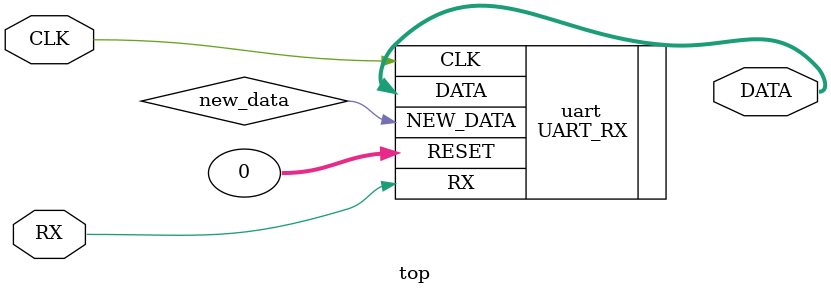
<source format=v>
/*
top module
*/

module top
	(
	input CLK,
	input RX,
	output wire[7:0] DATA
	);
	
	wire new_data;
	
	UART_RX #(.wait_period(1250)) uart(.CLK(CLK), .RESET(0), .RX(RX), .DATA(DATA), .NEW_DATA(new_data));
	
endmodule
</source>
